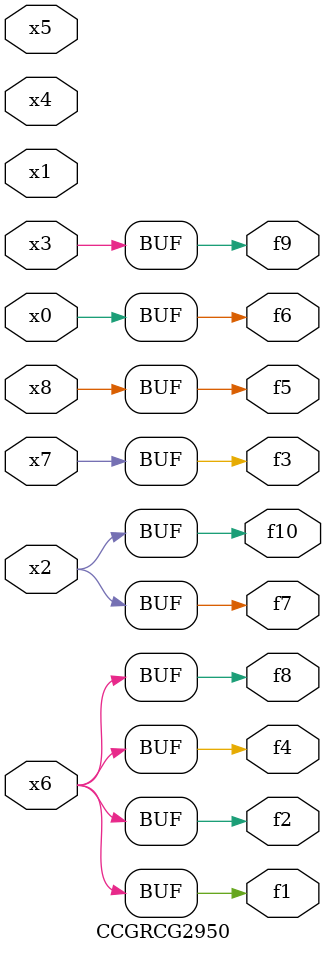
<source format=v>
module CCGRCG2950(
	input x0, x1, x2, x3, x4, x5, x6, x7, x8,
	output f1, f2, f3, f4, f5, f6, f7, f8, f9, f10
);
	assign f1 = x6;
	assign f2 = x6;
	assign f3 = x7;
	assign f4 = x6;
	assign f5 = x8;
	assign f6 = x0;
	assign f7 = x2;
	assign f8 = x6;
	assign f9 = x3;
	assign f10 = x2;
endmodule

</source>
